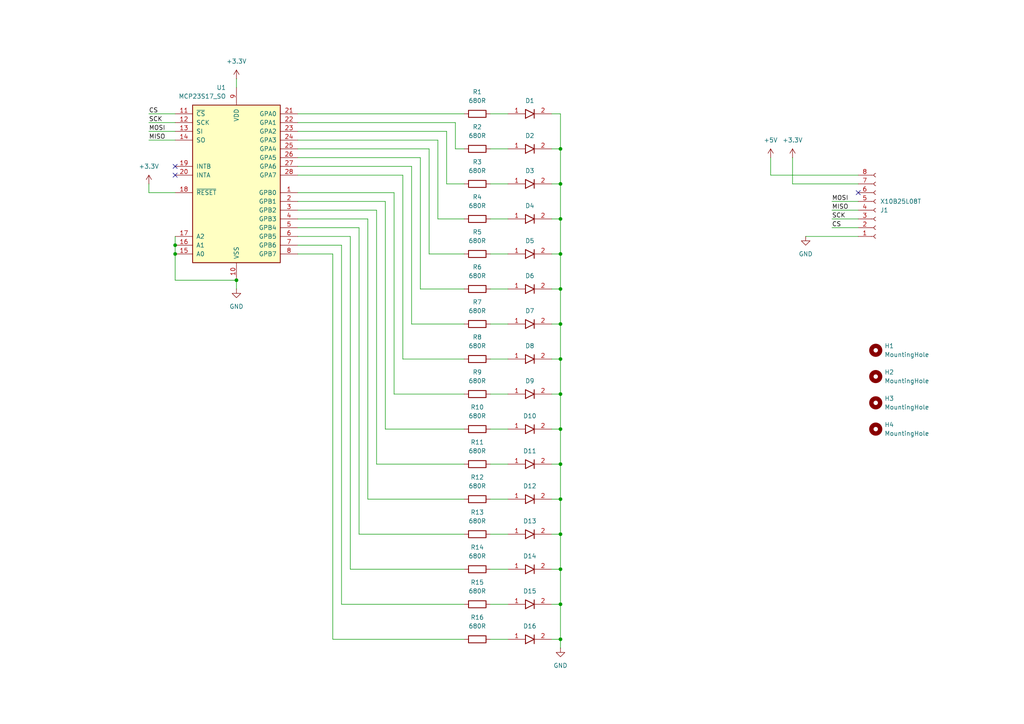
<source format=kicad_sch>
(kicad_sch (version 20231120) (generator "eeschema") (generator_version "8.0")
  (paper "A4")
  (title_block (title "${article} v${version}"))
  (lib_symbols
    (symbol "Mechanical:MountingHole" (pin_names (offset 1.016)) (exclude_from_sim yes) (in_bom no)
      (property "Reference" "H" (at 0 5.08 0))
      (property "Value" "MountingHole" (at 0 3.175 0))
      (symbol "MountingHole_0_1"
        (circle (center 0 0) (radius 1.27) (stroke (width 1.27)))
      )
    )
    (symbol "kicad_inventree_lib:12-21_GHC-YR2S2_2C"
      (property "Reference" "LED" (at -2.032 5.334 0))
      (property "Value" "12-21_GHC-YR2S2_2C" (at -2.032 2.794 0))
      (symbol "12-21_GHC-YR2S2_2C_0_1"
        (polyline (pts (xy -1.27 -1.27) (xy -1.27 -3.81)) (stroke (width 0.254)))
        (polyline (pts (xy 1.27 -1.27) (xy 1.27 -3.81) (xy -1.27 -2.54) (xy 1.27 -1.27)) (stroke (width 0.254)))
      )
      (symbol "12-21_GHC-YR2S2_2C_1_1"
        (pin passive line (at 6.35 -2.54 180) (length 5.08) (name "") (number "1"))
        (pin passive line (at -6.35 -2.54 0) (length 5.08) (name "") (number "2"))
      )
    )
    (symbol "kicad_inventree_lib:MCP23S17_SO" (pin_names (offset 1.016))
      (property "Reference" "U" (at -11.43 24.13 0))
      (property "Value" "MCP23S17_SO" (at 0 0 0))
      (symbol "MCP23S17_SO_0_1"
        (rectangle (start -12.7 22.86) (end 12.7 -22.86) (stroke (width 0.254)) (fill (type background)))
      )
      (symbol "MCP23S17_SO_1_1"
        (pin bidirectional line (at 17.78 -2.54 180) (length 5.08) (name "GPB0") (number "1"))
        (pin power_in line (at 0 -27.94 90) (length 5.08) (name "VSS") (number "10"))
        (pin input line (at -17.78 20.32 0) (length 5.08) (name "~{CS}") (number "11"))
        (pin input line (at -17.78 17.78 0) (length 5.08) (name "SCK") (number "12"))
        (pin input line (at -17.78 15.24 0) (length 5.08) (name "SI") (number "13"))
        (pin output line (at -17.78 12.7 0) (length 5.08) (name "SO") (number "14"))
        (pin input line (at -17.78 -20.32 0) (length 5.08) (name "A0") (number "15"))
        (pin input line (at -17.78 -17.78 0) (length 5.08) (name "A1") (number "16"))
        (pin input line (at -17.78 -15.24 0) (length 5.08) (name "A2") (number "17"))
        (pin input line (at -17.78 -2.54 0) (length 5.08) (name "~{RESET}") (number "18"))
        (pin tri_state line (at -17.78 5.08 0) (length 5.08) (name "INTB") (number "19"))
        (pin bidirectional line (at 17.78 -5.08 180) (length 5.08) (name "GPB1") (number "2"))
        (pin tri_state line (at -17.78 2.54 0) (length 5.08) (name "INTA") (number "20"))
        (pin bidirectional line (at 17.78 20.32 180) (length 5.08) (name "GPA0") (number "21"))
        (pin bidirectional line (at 17.78 17.78 180) (length 5.08) (name "GPA1") (number "22"))
        (pin bidirectional line (at 17.78 15.24 180) (length 5.08) (name "GPA2") (number "23"))
        (pin bidirectional line (at 17.78 12.7 180) (length 5.08) (name "GPA3") (number "24"))
        (pin bidirectional line (at 17.78 10.16 180) (length 5.08) (name "GPA4") (number "25"))
        (pin bidirectional line (at 17.78 7.62 180) (length 5.08) (name "GPA5") (number "26"))
        (pin bidirectional line (at 17.78 5.08 180) (length 5.08) (name "GPA6") (number "27"))
        (pin bidirectional line (at 17.78 2.54 180) (length 5.08) (name "GPA7") (number "28"))
        (pin bidirectional line (at 17.78 -7.62 180) (length 5.08) (name "GPB2") (number "3"))
        (pin bidirectional line (at 17.78 -10.16 180) (length 5.08) (name "GPB3") (number "4"))
        (pin bidirectional line (at 17.78 -12.7 180) (length 5.08) (name "GPB4") (number "5"))
        (pin bidirectional line (at 17.78 -15.24 180) (length 5.08) (name "GPB5") (number "6"))
        (pin bidirectional line (at 17.78 -17.78 180) (length 5.08) (name "GPB6") (number "7"))
        (pin bidirectional line (at 17.78 -20.32 180) (length 5.08) (name "GPB7") (number "8"))
        (pin power_in line (at 0 27.94 270) (length 5.08) (name "VDD") (number "9"))
      )
    )
    (symbol "kicad_inventree_lib:R_680R_1206_1%" (pin_numbers hide) (pin_names (offset 0))
      (property "Reference" "R" (at 2.032 0 90))
      (property "Value" "680R" (at 0 0 90))
      (symbol "R_680R_1206_1%_0_1"
        (rectangle (start -1.016 -2.54) (end 1.016 2.54) (stroke (width 0.254)))
      )
      (symbol "R_680R_1206_1%_1_1"
        (pin passive line (at 0 3.81 270) (length 1.27) (name "~") (number "1"))
        (pin passive line (at 0 -3.81 90) (length 1.27) (name "~") (number "2"))
      )
    )
    (symbol "kicad_inventree_lib:X10B25L08T" (pin_names (offset 1.016) hide)
      (property "Reference" "J" (at 0 10.16 0))
      (property "Value" "X10B25L08T" (at 0 -12.7 0))
      (symbol "X10B25L08T_1_1"
        (arc (start 0 -9.652) (mid -0.5058 -10.16) (end 0 -10.668) (stroke (width 0.1524)))
        (arc (start 0 -7.112) (mid -0.5058 -7.62) (end 0 -8.128) (stroke (width 0.1524)))
        (arc (start 0 -4.572) (mid -0.5058 -5.08) (end 0 -5.588) (stroke (width 0.1524)))
        (arc (start 0 -2.032) (mid -0.5058 -2.54) (end 0 -3.048) (stroke (width 0.1524)))
        (polyline (pts (xy -1.27 -10.16) (xy -0.508 -10.16)) (stroke (width 0.1524)))
        (polyline (pts (xy -1.27 -7.62) (xy -0.508 -7.62)) (stroke (width 0.1524)))
        (polyline (pts (xy -1.27 -5.08) (xy -0.508 -5.08)) (stroke (width 0.1524)))
        (polyline (pts (xy -1.27 -2.54) (xy -0.508 -2.54)) (stroke (width 0.1524)))
        (polyline (pts (xy -1.27 0) (xy -0.508 0)) (stroke (width 0.1524)))
        (polyline (pts (xy -1.27 2.54) (xy -0.508 2.54)) (stroke (width 0.1524)))
        (polyline (pts (xy -1.27 5.08) (xy -0.508 5.08)) (stroke (width 0.1524)))
        (polyline (pts (xy -1.27 7.62) (xy -0.508 7.62)) (stroke (width 0.1524)))
        (arc (start 0 0.508) (mid -0.5058 0) (end 0 -0.508) (stroke (width 0.1524)))
        (arc (start 0 3.048) (mid -0.5058 2.54) (end 0 2.032) (stroke (width 0.1524)))
        (arc (start 0 5.588) (mid -0.5058 5.08) (end 0 4.572) (stroke (width 0.1524)))
        (arc (start 0 8.128) (mid -0.5058 7.62) (end 0 7.112) (stroke (width 0.1524)))
        (pin passive line (at -5.08 7.62 0) (length 3.81) (name "Pin_1") (number "1"))
        (pin passive line (at -5.08 5.08 0) (length 3.81) (name "Pin_2") (number "2"))
        (pin passive line (at -5.08 2.54 0) (length 3.81) (name "Pin_3") (number "3"))
        (pin passive line (at -5.08 0 0) (length 3.81) (name "Pin_4") (number "4"))
        (pin passive line (at -5.08 -2.54 0) (length 3.81) (name "Pin_5") (number "5"))
        (pin passive line (at -5.08 -5.08 0) (length 3.81) (name "Pin_6") (number "6"))
        (pin passive line (at -5.08 -7.62 0) (length 3.81) (name "Pin_7") (number "7"))
        (pin passive line (at -5.08 -10.16 0) (length 3.81) (name "Pin_8") (number "8"))
      )
    )
    (symbol "power:+3.3V" (power) (pin_numbers hide) (pin_names (offset 0) hide)
      (property "Value" "+3.3V" (at 0 3.556 0))
      (symbol "+3.3V_0_1"
        (polyline (pts (xy -0.762 1.27) (xy 0 2.54)))
        (polyline (pts (xy 0 0) (xy 0 2.54)))
        (polyline (pts (xy 0 2.54) (xy 0.762 1.27)))
      )
      (symbol "+3.3V_1_1"
        (pin power_in line (at 0 0 90) (length 0) (name "~") (number "1"))
      )
    )
    (symbol "power:+5V" (power) (pin_numbers hide) (pin_names (offset 0) hide)
      (property "Value" "+5V" (at 0 3.556 0))
      (symbol "+5V_0_1"
        (polyline (pts (xy -0.762 1.27) (xy 0 2.54)))
        (polyline (pts (xy 0 0) (xy 0 2.54)))
        (polyline (pts (xy 0 2.54) (xy 0.762 1.27)))
      )
      (symbol "+5V_1_1"
        (pin power_in line (at 0 0 90) (length 0) (name "~") (number "1"))
      )
    )
    (symbol "power:GND" (power) (pin_numbers hide) (pin_names (offset 0) hide)
      (property "Value" "GND" (at 0 -3.81 0))
      (symbol "GND_0_1"
        (polyline (pts (xy 0 0) (xy 0 -1.27) (xy 1.27 -1.27) (xy 0 -2.54) (xy -1.27 -1.27) (xy 0 -1.27)))
      )
      (symbol "GND_1_1"
        (pin power_in line (at 0 0 270) (length 0) (name "~") (number "1"))
      )
    )
  )
  (junction (at 50.8 73.66))
  (junction (at 162.56 134.62))
  (junction (at 162.56 63.5))
  (junction (at 162.56 73.66))
  (junction (at 162.56 154.94))
  (junction (at 162.56 124.46))
  (junction (at 162.56 93.98))
  (junction (at 162.56 114.3))
  (junction (at 162.56 185.42))
  (junction (at 162.56 83.82))
  (junction (at 68.58 81.28))
  (junction (at 162.56 53.34))
  (junction (at 50.8 71.12))
  (junction (at 162.56 165.1))
  (junction (at 162.56 43.18))
  (junction (at 162.56 175.26))
  (junction (at 162.56 144.78))
  (junction (at 162.56 104.14))
  (no_connect (at 50.8 48.26))
  (no_connect (at 50.8 50.8))
  (no_connect (at 248.92 55.88))
  (wire (pts (xy 160.02 104.14) (xy 162.56 104.14)))
  (wire (pts (xy 162.56 124.46) (xy 162.56 134.62)))
  (wire (pts (xy 162.56 165.1) (xy 162.56 175.26)))
  (wire (pts (xy 50.8 55.88) (xy 43.18 55.88)))
  (wire (pts (xy 142.24 104.14) (xy 147.32 104.14)))
  (wire (pts (xy 160.02 53.34) (xy 162.56 53.34)))
  (wire (pts (xy 121.92 45.72) (xy 121.92 83.82)))
  (wire (pts (xy 160.02 134.62) (xy 162.56 134.62)))
  (wire (pts (xy 142.24 53.34) (xy 147.32 53.34)))
  (wire (pts (xy 134.62 165.1) (xy 101.6 165.1)))
  (wire (pts (xy 142.24 83.82) (xy 147.32 83.82)))
  (wire (pts (xy 68.58 22.86) (xy 68.58 25.4)))
  (wire (pts (xy 160.02 165.1) (xy 162.56 165.1)))
  (wire (pts (xy 114.3 55.88) (xy 114.3 114.3)))
  (wire (pts (xy 160.02 154.94) (xy 162.56 154.94)))
  (wire (pts (xy 68.58 81.28) (xy 68.58 83.82)))
  (wire (pts (xy 160.02 185.42) (xy 162.56 185.42)))
  (wire (pts (xy 241.3 63.5) (xy 248.92 63.5)))
  (wire (pts (xy 160.02 114.3) (xy 162.56 114.3)))
  (wire (pts (xy 99.06 71.12) (xy 99.06 175.26)))
  (wire (pts (xy 104.14 154.94) (xy 134.62 154.94)))
  (wire (pts (xy 162.56 134.62) (xy 162.56 144.78)))
  (wire (pts (xy 142.24 124.46) (xy 147.32 124.46)))
  (wire (pts (xy 86.36 43.18) (xy 124.46 43.18)))
  (wire (pts (xy 127 40.64) (xy 127 63.5)))
  (wire (pts (xy 43.18 38.1) (xy 50.8 38.1)))
  (wire (pts (xy 96.52 185.42) (xy 96.52 73.66)))
  (wire (pts (xy 86.36 58.42) (xy 111.76 58.42)))
  (wire (pts (xy 114.3 114.3) (xy 134.62 114.3)))
  (wire (pts (xy 86.36 60.96) (xy 109.22 60.96)))
  (wire (pts (xy 86.36 48.26) (xy 119.38 48.26)))
  (wire (pts (xy 101.6 165.1) (xy 101.6 68.58)))
  (wire (pts (xy 43.18 35.56) (xy 50.8 35.56)))
  (wire (pts (xy 162.56 83.82) (xy 162.56 93.98)))
  (wire (pts (xy 50.8 68.58) (xy 50.8 71.12)))
  (wire (pts (xy 134.62 124.46) (xy 111.76 124.46)))
  (wire (pts (xy 160.02 124.46) (xy 162.56 124.46)))
  (wire (pts (xy 99.06 175.26) (xy 134.62 175.26)))
  (wire (pts (xy 142.24 165.1) (xy 147.32 165.1)))
  (wire (pts (xy 142.24 93.98) (xy 147.32 93.98)))
  (wire (pts (xy 86.36 66.04) (xy 104.14 66.04)))
  (wire (pts (xy 106.68 144.78) (xy 106.68 63.5)))
  (wire (pts (xy 134.62 185.42) (xy 96.52 185.42)))
  (wire (pts (xy 160.02 93.98) (xy 162.56 93.98)))
  (wire (pts (xy 241.3 66.04) (xy 248.92 66.04)))
  (wire (pts (xy 119.38 48.26) (xy 119.38 93.98)))
  (wire (pts (xy 50.8 71.12) (xy 50.8 73.66)))
  (wire (pts (xy 162.56 185.42) (xy 162.56 187.96)))
  (wire (pts (xy 142.24 144.78) (xy 147.32 144.78)))
  (wire (pts (xy 86.36 50.8) (xy 116.84 50.8)))
  (wire (pts (xy 160.02 73.66) (xy 162.56 73.66)))
  (wire (pts (xy 162.56 114.3) (xy 162.56 124.46)))
  (wire (pts (xy 223.52 45.72) (xy 223.52 50.8)))
  (wire (pts (xy 101.6 68.58) (xy 86.36 68.58)))
  (wire (pts (xy 223.52 50.8) (xy 248.92 50.8)))
  (wire (pts (xy 162.56 144.78) (xy 162.56 154.94)))
  (wire (pts (xy 104.14 66.04) (xy 104.14 154.94)))
  (wire (pts (xy 124.46 73.66) (xy 134.62 73.66)))
  (wire (pts (xy 162.56 93.98) (xy 162.56 104.14)))
  (wire (pts (xy 43.18 33.02) (xy 50.8 33.02)))
  (wire (pts (xy 86.36 40.64) (xy 127 40.64)))
  (wire (pts (xy 142.24 43.18) (xy 147.32 43.18)))
  (wire (pts (xy 142.24 185.42) (xy 147.32 185.42)))
  (wire (pts (xy 86.36 33.02) (xy 134.62 33.02)))
  (wire (pts (xy 142.24 134.62) (xy 147.32 134.62)))
  (wire (pts (xy 43.18 40.64) (xy 50.8 40.64)))
  (wire (pts (xy 162.56 104.14) (xy 162.56 114.3)))
  (wire (pts (xy 109.22 134.62) (xy 134.62 134.62)))
  (wire (pts (xy 142.24 63.5) (xy 147.32 63.5)))
  (wire (pts (xy 129.54 53.34) (xy 134.62 53.34)))
  (wire (pts (xy 134.62 144.78) (xy 106.68 144.78)))
  (wire (pts (xy 160.02 83.82) (xy 162.56 83.82)))
  (wire (pts (xy 162.56 154.94) (xy 162.56 165.1)))
  (wire (pts (xy 248.92 68.58) (xy 233.68 68.58)))
  (wire (pts (xy 160.02 43.18) (xy 162.56 43.18)))
  (wire (pts (xy 142.24 114.3) (xy 147.32 114.3)))
  (wire (pts (xy 132.08 35.56) (xy 132.08 43.18)))
  (wire (pts (xy 160.02 175.26) (xy 162.56 175.26)))
  (wire (pts (xy 96.52 73.66) (xy 86.36 73.66)))
  (wire (pts (xy 86.36 71.12) (xy 99.06 71.12)))
  (wire (pts (xy 162.56 73.66) (xy 162.56 83.82)))
  (wire (pts (xy 86.36 45.72) (xy 121.92 45.72)))
  (wire (pts (xy 162.56 43.18) (xy 162.56 53.34)))
  (wire (pts (xy 86.36 35.56) (xy 132.08 35.56)))
  (wire (pts (xy 142.24 33.02) (xy 147.32 33.02)))
  (wire (pts (xy 229.87 53.34) (xy 248.92 53.34)))
  (wire (pts (xy 241.3 60.96) (xy 248.92 60.96)))
  (wire (pts (xy 160.02 144.78) (xy 162.56 144.78)))
  (wire (pts (xy 109.22 60.96) (xy 109.22 134.62)))
  (wire (pts (xy 50.8 81.28) (xy 68.58 81.28)))
  (wire (pts (xy 127 63.5) (xy 134.62 63.5)))
  (wire (pts (xy 86.36 38.1) (xy 129.54 38.1)))
  (wire (pts (xy 229.87 45.72) (xy 229.87 53.34)))
  (wire (pts (xy 162.56 53.34) (xy 162.56 63.5)))
  (wire (pts (xy 142.24 175.26) (xy 147.32 175.26)))
  (wire (pts (xy 106.68 63.5) (xy 86.36 63.5)))
  (wire (pts (xy 116.84 104.14) (xy 134.62 104.14)))
  (wire (pts (xy 132.08 43.18) (xy 134.62 43.18)))
  (wire (pts (xy 162.56 33.02) (xy 162.56 43.18)))
  (wire (pts (xy 142.24 154.94) (xy 147.32 154.94)))
  (wire (pts (xy 43.18 55.88) (xy 43.18 53.34)))
  (wire (pts (xy 142.24 73.66) (xy 147.32 73.66)))
  (wire (pts (xy 119.38 93.98) (xy 134.62 93.98)))
  (wire (pts (xy 162.56 175.26) (xy 162.56 185.42)))
  (wire (pts (xy 111.76 124.46) (xy 111.76 58.42)))
  (wire (pts (xy 162.56 63.5) (xy 162.56 73.66)))
  (wire (pts (xy 160.02 63.5) (xy 162.56 63.5)))
  (wire (pts (xy 116.84 50.8) (xy 116.84 104.14)))
  (wire (pts (xy 160.02 33.02) (xy 162.56 33.02)))
  (wire (pts (xy 241.3 58.42) (xy 248.92 58.42)))
  (wire (pts (xy 121.92 83.82) (xy 134.62 83.82)))
  (wire (pts (xy 124.46 43.18) (xy 124.46 73.66)))
  (wire (pts (xy 50.8 73.66) (xy 50.8 81.28)))
  (wire (pts (xy 129.54 38.1) (xy 129.54 53.34)))
  (wire (pts (xy 86.36 55.88) (xy 114.3 55.88)))
  (label "CS" (at 43.18 33.02 0))
  (label "SCK" (at 43.18 35.56 0))
  (label "SCK" (at 241.3 63.5 0))
  (label "CS" (at 241.3 66.04 0))
  (label "MOSI" (at 241.3 58.42 0))
  (label "MISO" (at 43.18 40.64 0))
  (label "MOSI" (at 43.18 38.1 0))
  (label "MISO" (at 241.3 60.96 0))
  (symbol (lib_id "kicad_inventree_lib:12-21_GHC-YR2S2_2C") (at 153.67 187.96 180) (unit 1)
    (property "Reference" "D16" (at 153.67 181.61 0))
    (property "Value" "12-21_GHC-YR2S2_2C" (effects (hide yes)))
    (property "Footprint" "kicad_inventree_lib:1221GHCYR2S22C" (effects (hide yes)))
    (property "Datasheet" "https://www.vtm.co.uk/PDF/Everlight/12-21-GHC-YR2S2-2C.pdf" (effects (hide yes)))
    (property "Description" "Standard LEDs - SMD Green Water Clear Right Angle" (effects (hide yes)))
    (property "Height" "1.2" (effects (hide yes)))
    (property "Manufacturer_Name" "Everlight" (effects (hide yes)))
    (property "part_ipn" "12-21/GHC-YR2S2/2C " (effects (hide yes)))
  )
  (symbol (lib_id "kicad_inventree_lib:12-21_GHC-YR2S2_2C") (at 153.67 76.2 180) (unit 1)
    (property "Reference" "D5" (at 153.67 69.85 0))
    (property "Value" "12-21_GHC-YR2S2_2C" (effects (hide yes)))
    (property "Footprint" "kicad_inventree_lib:1221GHCYR2S22C" (effects (hide yes)))
    (property "Datasheet" "https://www.vtm.co.uk/PDF/Everlight/12-21-GHC-YR2S2-2C.pdf" (effects (hide yes)))
    (property "Description" "Standard LEDs - SMD Green Water Clear Right Angle" (effects (hide yes)))
    (property "Height" "1.2" (effects (hide yes)))
    (property "Manufacturer_Name" "Everlight" (effects (hide yes)))
    (property "part_ipn" "12-21/GHC-YR2S2/2C " (effects (hide yes)))
  )
  (symbol (lib_id "kicad_inventree_lib:R_680R_1206_1%") (at 138.43 43.18 90) (unit 1)
    (property "Reference" "R2" (at 138.43 36.83 90))
    (property "Value" "680R" (at 138.43 39.37 90))
    (property "Footprint" "Resistor_SMD:R_1206_3216Metric_Pad1.30x1.75mm_HandSolder" (effects (hide yes)))
    (property "Datasheet" "http://inventree.network/part/168/" (effects (hide yes)))
    (property "Description" "Resistor" (effects (hide yes)))
    (property "part_ipn" "R_680R_1206_1%" (effects (hide yes)))
  )
  (symbol (lib_id "kicad_inventree_lib:12-21_GHC-YR2S2_2C") (at 153.67 167.64 180) (unit 1)
    (property "Reference" "D14" (at 153.67 161.29 0))
    (property "Value" "12-21_GHC-YR2S2_2C" (effects (hide yes)))
    (property "Footprint" "kicad_inventree_lib:1221GHCYR2S22C" (effects (hide yes)))
    (property "Datasheet" "https://www.vtm.co.uk/PDF/Everlight/12-21-GHC-YR2S2-2C.pdf" (effects (hide yes)))
    (property "Description" "Standard LEDs - SMD Green Water Clear Right Angle" (effects (hide yes)))
    (property "Height" "1.2" (effects (hide yes)))
    (property "Manufacturer_Name" "Everlight" (effects (hide yes)))
    (property "part_ipn" "12-21/GHC-YR2S2/2C " (effects (hide yes)))
  )
  (symbol (lib_id "kicad_inventree_lib:12-21_GHC-YR2S2_2C") (at 153.67 106.68 180) (unit 1)
    (property "Reference" "D8" (at 153.67 100.33 0))
    (property "Value" "12-21_GHC-YR2S2_2C" (effects (hide yes)))
    (property "Footprint" "kicad_inventree_lib:1221GHCYR2S22C" (effects (hide yes)))
    (property "Datasheet" "https://www.vtm.co.uk/PDF/Everlight/12-21-GHC-YR2S2-2C.pdf" (effects (hide yes)))
    (property "Description" "Standard LEDs - SMD Green Water Clear Right Angle" (effects (hide yes)))
    (property "Height" "1.2" (effects (hide yes)))
    (property "Manufacturer_Name" "Everlight" (effects (hide yes)))
    (property "part_ipn" "12-21/GHC-YR2S2/2C " (effects (hide yes)))
  )
  (symbol (lib_id "kicad_inventree_lib:12-21_GHC-YR2S2_2C") (at 153.67 66.04 180) (unit 1)
    (property "Reference" "D4" (at 153.67 59.69 0))
    (property "Value" "12-21_GHC-YR2S2_2C" (effects (hide yes)))
    (property "Footprint" "kicad_inventree_lib:1221GHCYR2S22C" (effects (hide yes)))
    (property "Datasheet" "https://www.vtm.co.uk/PDF/Everlight/12-21-GHC-YR2S2-2C.pdf" (effects (hide yes)))
    (property "Description" "Standard LEDs - SMD Green Water Clear Right Angle" (effects (hide yes)))
    (property "Height" "1.2" (effects (hide yes)))
    (property "Manufacturer_Name" "Everlight" (effects (hide yes)))
    (property "part_ipn" "12-21/GHC-YR2S2/2C " (effects (hide yes)))
  )
  (symbol (lib_id "power:+3.3V") (at 229.87 45.72 0) (unit 1)
    (property "Reference" "#PWR06" (effects (hide yes)))
    (property "Value" "+3.3V" (at 229.87 40.64 0))
    (property "Description" "Power symbol creates a global label with name \"+3.3V\"" (effects (hide yes)))
  )
  (symbol (lib_id "kicad_inventree_lib:12-21_GHC-YR2S2_2C") (at 153.67 147.32 180) (unit 1)
    (property "Reference" "D12" (at 153.67 140.97 0))
    (property "Value" "12-21_GHC-YR2S2_2C" (effects (hide yes)))
    (property "Footprint" "kicad_inventree_lib:1221GHCYR2S22C" (effects (hide yes)))
    (property "Datasheet" "https://www.vtm.co.uk/PDF/Everlight/12-21-GHC-YR2S2-2C.pdf" (effects (hide yes)))
    (property "Description" "Standard LEDs - SMD Green Water Clear Right Angle" (effects (hide yes)))
    (property "Height" "1.2" (effects (hide yes)))
    (property "Manufacturer_Name" "Everlight" (effects (hide yes)))
    (property "part_ipn" "12-21/GHC-YR2S2/2C " (effects (hide yes)))
  )
  (symbol (lib_id "Mechanical:MountingHole") (at 254 116.84 0) (unit 1) (exclude_from_sim yes) (in_bom no)
    (property "Reference" "H3" (at 256.54 115.5699 0) (effects (justify left)))
    (property "Value" "MountingHole" (at 256.54 118.1099 0) (effects (justify left)))
    (property "Footprint" "MountingHole:MountingHole_2.2mm_M2" (effects (hide yes)))
    (property "Description" "Mounting Hole without connection" (effects (hide yes)))
  )
  (symbol (lib_id "Mechanical:MountingHole") (at 254 124.46 0) (unit 1) (exclude_from_sim yes) (in_bom no)
    (property "Reference" "H4" (at 256.54 123.1899 0) (effects (justify left)))
    (property "Value" "MountingHole" (at 256.54 125.7299 0) (effects (justify left)))
    (property "Footprint" "MountingHole:MountingHole_2.2mm_M2" (effects (hide yes)))
    (property "Description" "Mounting Hole without connection" (effects (hide yes)))
  )
  (symbol (lib_id "kicad_inventree_lib:12-21_GHC-YR2S2_2C") (at 153.67 45.72 180) (unit 1)
    (property "Reference" "D2" (at 153.67 39.37 0))
    (property "Value" "12-21_GHC-YR2S2_2C" (effects (hide yes)))
    (property "Footprint" "kicad_inventree_lib:1221GHCYR2S22C" (effects (hide yes)))
    (property "Datasheet" "https://www.vtm.co.uk/PDF/Everlight/12-21-GHC-YR2S2-2C.pdf" (effects (hide yes)))
    (property "Description" "Standard LEDs - SMD Green Water Clear Right Angle" (effects (hide yes)))
    (property "Height" "1.2" (effects (hide yes)))
    (property "Manufacturer_Name" "Everlight" (effects (hide yes)))
    (property "part_ipn" "12-21/GHC-YR2S2/2C " (effects (hide yes)))
  )
  (symbol (lib_id "Mechanical:MountingHole") (at 254 101.6 0) (unit 1) (exclude_from_sim yes) (in_bom no)
    (property "Reference" "H1" (at 256.54 100.3299 0) (effects (justify left)))
    (property "Value" "MountingHole" (at 256.54 102.8699 0) (effects (justify left)))
    (property "Footprint" "MountingHole:MountingHole_2.2mm_M2" (effects (hide yes)))
    (property "Description" "Mounting Hole without connection" (effects (hide yes)))
  )
  (symbol (lib_id "kicad_inventree_lib:R_680R_1206_1%") (at 138.43 33.02 90) (unit 1)
    (property "Reference" "R1" (at 138.43 26.67 90))
    (property "Value" "680R" (at 138.43 29.21 90))
    (property "Footprint" "Resistor_SMD:R_1206_3216Metric_Pad1.30x1.75mm_HandSolder" (effects (hide yes)))
    (property "Datasheet" "http://inventree.network/part/168/" (effects (hide yes)))
    (property "Description" "Resistor" (effects (hide yes)))
    (property "part_ipn" "R_680R_1206_1%" (effects (hide yes)))
  )
  (symbol (lib_id "kicad_inventree_lib:R_680R_1206_1%") (at 138.43 185.42 90) (unit 1)
    (property "Reference" "R16" (at 138.43 179.07 90))
    (property "Value" "680R" (at 138.43 181.61 90))
    (property "Footprint" "Resistor_SMD:R_1206_3216Metric_Pad1.30x1.75mm_HandSolder" (effects (hide yes)))
    (property "Datasheet" "http://inventree.network/part/168/" (effects (hide yes)))
    (property "Description" "Resistor" (effects (hide yes)))
    (property "part_ipn" "R_680R_1206_1%" (effects (hide yes)))
  )
  (symbol (lib_id "kicad_inventree_lib:12-21_GHC-YR2S2_2C") (at 153.67 55.88 180) (unit 1)
    (property "Reference" "D3" (at 153.67 49.53 0))
    (property "Value" "12-21_GHC-YR2S2_2C" (effects (hide yes)))
    (property "Footprint" "kicad_inventree_lib:1221GHCYR2S22C" (effects (hide yes)))
    (property "Datasheet" "https://www.vtm.co.uk/PDF/Everlight/12-21-GHC-YR2S2-2C.pdf" (effects (hide yes)))
    (property "Description" "Standard LEDs - SMD Green Water Clear Right Angle" (effects (hide yes)))
    (property "Height" "1.2" (effects (hide yes)))
    (property "Manufacturer_Name" "Everlight" (effects (hide yes)))
    (property "part_ipn" "12-21/GHC-YR2S2/2C " (effects (hide yes)))
  )
  (symbol (lib_id "kicad_inventree_lib:12-21_GHC-YR2S2_2C") (at 153.67 116.84 180) (unit 1)
    (property "Reference" "D9" (at 153.67 110.49 0))
    (property "Value" "12-21_GHC-YR2S2_2C" (effects (hide yes)))
    (property "Footprint" "kicad_inventree_lib:1221GHCYR2S22C" (effects (hide yes)))
    (property "Datasheet" "https://www.vtm.co.uk/PDF/Everlight/12-21-GHC-YR2S2-2C.pdf" (effects (hide yes)))
    (property "Description" "Standard LEDs - SMD Green Water Clear Right Angle" (effects (hide yes)))
    (property "Height" "1.2" (effects (hide yes)))
    (property "Manufacturer_Name" "Everlight" (effects (hide yes)))
    (property "part_ipn" "12-21/GHC-YR2S2/2C " (effects (hide yes)))
  )
  (symbol (lib_id "kicad_inventree_lib:R_680R_1206_1%") (at 138.43 93.98 90) (unit 1)
    (property "Reference" "R7" (at 138.43 87.63 90))
    (property "Value" "680R" (at 138.43 90.17 90))
    (property "Footprint" "Resistor_SMD:R_1206_3216Metric_Pad1.30x1.75mm_HandSolder" (effects (hide yes)))
    (property "Datasheet" "http://inventree.network/part/168/" (effects (hide yes)))
    (property "Description" "Resistor" (effects (hide yes)))
    (property "part_ipn" "R_680R_1206_1%" (effects (hide yes)))
  )
  (symbol (lib_id "kicad_inventree_lib:R_680R_1206_1%") (at 138.43 73.66 90) (unit 1)
    (property "Reference" "R5" (at 138.43 67.31 90))
    (property "Value" "680R" (at 138.43 69.85 90))
    (property "Footprint" "Resistor_SMD:R_1206_3216Metric_Pad1.30x1.75mm_HandSolder" (effects (hide yes)))
    (property "Datasheet" "http://inventree.network/part/168/" (effects (hide yes)))
    (property "Description" "Resistor" (effects (hide yes)))
    (property "part_ipn" "R_680R_1206_1%" (effects (hide yes)))
  )
  (symbol (lib_id "kicad_inventree_lib:X10B25L08T") (at 254 60.96 0) (mirror x) (unit 1)
    (property "Reference" "J1" (at 255.27 60.9601 0) (effects (justify left)))
    (property "Value" "X10B25L08T" (at 255.27 58.4201 0) (effects (justify left)))
    (property "Footprint" "kicad_inventree_lib:X10B25L08T" (effects (hide yes)))
    (property "Description" "Generic connector, single row, 01x08, script generated" (effects (hide yes)))
  )
  (symbol (lib_id "kicad_inventree_lib:R_680R_1206_1%") (at 138.43 175.26 90) (unit 1)
    (property "Reference" "R15" (at 138.43 168.91 90))
    (property "Value" "680R" (at 138.43 171.45 90))
    (property "Footprint" "Resistor_SMD:R_1206_3216Metric_Pad1.30x1.75mm_HandSolder" (effects (hide yes)))
    (property "Datasheet" "http://inventree.network/part/168/" (effects (hide yes)))
    (property "Description" "Resistor" (effects (hide yes)))
    (property "part_ipn" "R_680R_1206_1%" (effects (hide yes)))
  )
  (symbol (lib_id "power:GND") (at 68.58 83.82 0) (unit 1)
    (property "Reference" "#PWR02" (effects (hide yes)))
    (property "Value" "GND" (at 68.58 88.9 0))
    (property "Description" "Power symbol creates a global label with name \"GND\" , ground" (effects (hide yes)))
  )
  (symbol (lib_id "kicad_inventree_lib:R_680R_1206_1%") (at 138.43 154.94 90) (unit 1)
    (property "Reference" "R13" (at 138.43 148.59 90))
    (property "Value" "680R" (at 138.43 151.13 90))
    (property "Footprint" "Resistor_SMD:R_1206_3216Metric_Pad1.30x1.75mm_HandSolder" (effects (hide yes)))
    (property "Datasheet" "http://inventree.network/part/168/" (effects (hide yes)))
    (property "Description" "Resistor" (effects (hide yes)))
    (property "part_ipn" "R_680R_1206_1%" (effects (hide yes)))
  )
  (symbol (lib_id "kicad_inventree_lib:12-21_GHC-YR2S2_2C") (at 153.67 157.48 180) (unit 1)
    (property "Reference" "D13" (at 153.67 151.13 0))
    (property "Value" "12-21_GHC-YR2S2_2C" (effects (hide yes)))
    (property "Footprint" "kicad_inventree_lib:1221GHCYR2S22C" (effects (hide yes)))
    (property "Datasheet" "https://www.vtm.co.uk/PDF/Everlight/12-21-GHC-YR2S2-2C.pdf" (effects (hide yes)))
    (property "Description" "Standard LEDs - SMD Green Water Clear Right Angle" (effects (hide yes)))
    (property "Height" "1.2" (effects (hide yes)))
    (property "Manufacturer_Name" "Everlight" (effects (hide yes)))
    (property "part_ipn" "12-21/GHC-YR2S2/2C " (effects (hide yes)))
  )
  (symbol (lib_id "kicad_inventree_lib:12-21_GHC-YR2S2_2C") (at 153.67 96.52 180) (unit 1)
    (property "Reference" "D7" (at 153.67 90.17 0))
    (property "Value" "12-21_GHC-YR2S2_2C" (effects (hide yes)))
    (property "Footprint" "kicad_inventree_lib:1221GHCYR2S22C" (effects (hide yes)))
    (property "Datasheet" "https://www.vtm.co.uk/PDF/Everlight/12-21-GHC-YR2S2-2C.pdf" (effects (hide yes)))
    (property "Description" "Standard LEDs - SMD Green Water Clear Right Angle" (effects (hide yes)))
    (property "Height" "1.2" (effects (hide yes)))
    (property "Manufacturer_Name" "Everlight" (effects (hide yes)))
    (property "part_ipn" "12-21/GHC-YR2S2/2C " (effects (hide yes)))
  )
  (symbol (lib_id "kicad_inventree_lib:R_680R_1206_1%") (at 138.43 63.5 90) (unit 1)
    (property "Reference" "R4" (at 138.43 57.15 90))
    (property "Value" "680R" (at 138.43 59.69 90))
    (property "Footprint" "Resistor_SMD:R_1206_3216Metric_Pad1.30x1.75mm_HandSolder" (effects (hide yes)))
    (property "Datasheet" "http://inventree.network/part/168/" (effects (hide yes)))
    (property "Description" "Resistor" (effects (hide yes)))
    (property "part_ipn" "R_680R_1206_1%" (effects (hide yes)))
  )
  (symbol (lib_id "kicad_inventree_lib:12-21_GHC-YR2S2_2C") (at 153.67 35.56 180) (unit 1)
    (property "Reference" "D1" (at 153.67 29.21 0))
    (property "Value" "12-21_GHC-YR2S2_2C" (effects (hide yes)))
    (property "Footprint" "kicad_inventree_lib:1221GHCYR2S22C" (effects (hide yes)))
    (property "Datasheet" "https://www.vtm.co.uk/PDF/Everlight/12-21-GHC-YR2S2-2C.pdf" (effects (hide yes)))
    (property "Description" "Standard LEDs - SMD Green Water Clear Right Angle" (effects (hide yes)))
    (property "Height" "1.2" (effects (hide yes)))
    (property "Manufacturer_Name" "Everlight" (effects (hide yes)))
    (property "part_ipn" "12-21/GHC-YR2S2/2C " (effects (hide yes)))
  )
  (symbol (lib_id "kicad_inventree_lib:R_680R_1206_1%") (at 138.43 114.3 90) (unit 1)
    (property "Reference" "R9" (at 138.43 107.95 90))
    (property "Value" "680R" (at 138.43 110.49 90))
    (property "Footprint" "Resistor_SMD:R_1206_3216Metric_Pad1.30x1.75mm_HandSolder" (effects (hide yes)))
    (property "Datasheet" "http://inventree.network/part/168/" (effects (hide yes)))
    (property "Description" "Resistor" (effects (hide yes)))
    (property "part_ipn" "R_680R_1206_1%" (effects (hide yes)))
  )
  (symbol (lib_id "kicad_inventree_lib:R_680R_1206_1%") (at 138.43 124.46 90) (unit 1)
    (property "Reference" "R10" (at 138.43 118.11 90))
    (property "Value" "680R" (at 138.43 120.65 90))
    (property "Footprint" "Resistor_SMD:R_1206_3216Metric_Pad1.30x1.75mm_HandSolder" (effects (hide yes)))
    (property "Datasheet" "http://inventree.network/part/168/" (effects (hide yes)))
    (property "Description" "Resistor" (effects (hide yes)))
    (property "part_ipn" "R_680R_1206_1%" (effects (hide yes)))
  )
  (symbol (lib_id "kicad_inventree_lib:R_680R_1206_1%") (at 138.43 83.82 90) (unit 1)
    (property "Reference" "R6" (at 138.43 77.47 90))
    (property "Value" "680R" (at 138.43 80.01 90))
    (property "Footprint" "Resistor_SMD:R_1206_3216Metric_Pad1.30x1.75mm_HandSolder" (effects (hide yes)))
    (property "Datasheet" "http://inventree.network/part/168/" (effects (hide yes)))
    (property "Description" "Resistor" (effects (hide yes)))
    (property "part_ipn" "R_680R_1206_1%" (effects (hide yes)))
  )
  (symbol (lib_id "power:+5V") (at 223.52 45.72 0) (unit 1)
    (property "Reference" "#PWR05" (effects (hide yes)))
    (property "Value" "+5V" (at 223.52 40.64 0))
    (property "Description" "Power symbol creates a global label with name \"+5V\"" (effects (hide yes)))
  )
  (symbol (lib_id "kicad_inventree_lib:R_680R_1206_1%") (at 138.43 165.1 90) (unit 1)
    (property "Reference" "R14" (at 138.43 158.75 90))
    (property "Value" "680R" (at 138.43 161.29 90))
    (property "Footprint" "Resistor_SMD:R_1206_3216Metric_Pad1.30x1.75mm_HandSolder" (effects (hide yes)))
    (property "Datasheet" "http://inventree.network/part/168/" (effects (hide yes)))
    (property "Description" "Resistor" (effects (hide yes)))
    (property "part_ipn" "R_680R_1206_1%" (effects (hide yes)))
  )
  (symbol (lib_id "power:GND") (at 162.56 187.96 0) (unit 1)
    (property "Reference" "#PWR01" (effects (hide yes)))
    (property "Value" "GND" (at 162.56 193.04 0))
    (property "Description" "Power symbol creates a global label with name \"GND\" , ground" (effects (hide yes)))
  )
  (symbol (lib_id "kicad_inventree_lib:R_680R_1206_1%") (at 138.43 144.78 90) (unit 1)
    (property "Reference" "R12" (at 138.43 138.43 90))
    (property "Value" "680R" (at 138.43 140.97 90))
    (property "Footprint" "Resistor_SMD:R_1206_3216Metric_Pad1.30x1.75mm_HandSolder" (effects (hide yes)))
    (property "Datasheet" "http://inventree.network/part/168/" (effects (hide yes)))
    (property "Description" "Resistor" (effects (hide yes)))
    (property "part_ipn" "R_680R_1206_1%" (effects (hide yes)))
  )
  (symbol (lib_id "kicad_inventree_lib:12-21_GHC-YR2S2_2C") (at 153.67 86.36 180) (unit 1)
    (property "Reference" "D6" (at 153.67 80.01 0))
    (property "Value" "12-21_GHC-YR2S2_2C" (effects (hide yes)))
    (property "Footprint" "kicad_inventree_lib:1221GHCYR2S22C" (effects (hide yes)))
    (property "Datasheet" "https://www.vtm.co.uk/PDF/Everlight/12-21-GHC-YR2S2-2C.pdf" (effects (hide yes)))
    (property "Description" "Standard LEDs - SMD Green Water Clear Right Angle" (effects (hide yes)))
    (property "Height" "1.2" (effects (hide yes)))
    (property "Manufacturer_Name" "Everlight" (effects (hide yes)))
    (property "part_ipn" "12-21/GHC-YR2S2/2C " (effects (hide yes)))
  )
  (symbol (lib_id "power:+3.3V") (at 43.18 53.34 0) (unit 1)
    (property "Reference" "#PWR04" (effects (hide yes)))
    (property "Value" "+3.3V" (at 43.18 48.26 0))
    (property "Description" "Power symbol creates a global label with name \"+3.3V\"" (effects (hide yes)))
  )
  (symbol (lib_id "Mechanical:MountingHole") (at 254 109.22 0) (unit 1) (exclude_from_sim yes) (in_bom no)
    (property "Reference" "H2" (at 256.54 107.9499 0) (effects (justify left)))
    (property "Value" "MountingHole" (at 256.54 110.4899 0) (effects (justify left)))
    (property "Footprint" "MountingHole:MountingHole_2.2mm_M2" (effects (hide yes)))
    (property "Description" "Mounting Hole without connection" (effects (hide yes)))
  )
  (symbol (lib_id "kicad_inventree_lib:12-21_GHC-YR2S2_2C") (at 153.67 177.8 180) (unit 1)
    (property "Reference" "D15" (at 153.67 171.45 0))
    (property "Value" "12-21_GHC-YR2S2_2C" (effects (hide yes)))
    (property "Footprint" "kicad_inventree_lib:1221GHCYR2S22C" (effects (hide yes)))
    (property "Datasheet" "https://www.vtm.co.uk/PDF/Everlight/12-21-GHC-YR2S2-2C.pdf" (effects (hide yes)))
    (property "Description" "Standard LEDs - SMD Green Water Clear Right Angle" (effects (hide yes)))
    (property "Height" "1.2" (effects (hide yes)))
    (property "Manufacturer_Name" "Everlight" (effects (hide yes)))
    (property "part_ipn" "12-21/GHC-YR2S2/2C " (effects (hide yes)))
  )
  (symbol (lib_id "kicad_inventree_lib:12-21_GHC-YR2S2_2C") (at 153.67 137.16 180) (unit 1)
    (property "Reference" "D11" (at 153.67 130.81 0))
    (property "Value" "12-21_GHC-YR2S2_2C" (effects (hide yes)))
    (property "Footprint" "kicad_inventree_lib:1221GHCYR2S22C" (effects (hide yes)))
    (property "Datasheet" "https://www.vtm.co.uk/PDF/Everlight/12-21-GHC-YR2S2-2C.pdf" (effects (hide yes)))
    (property "Description" "Standard LEDs - SMD Green Water Clear Right Angle" (effects (hide yes)))
    (property "Height" "1.2" (effects (hide yes)))
    (property "Manufacturer_Name" "Everlight" (effects (hide yes)))
    (property "part_ipn" "12-21/GHC-YR2S2/2C " (effects (hide yes)))
  )
  (symbol (lib_id "power:+3.3V") (at 68.58 22.86 0) (unit 1)
    (property "Reference" "#PWR03" (effects (hide yes)))
    (property "Value" "+3.3V" (at 68.58 17.78 0))
    (property "Description" "Power symbol creates a global label with name \"+3.3V\"" (effects (hide yes)))
  )
  (symbol (lib_id "power:GND") (at 233.68 68.58 0) (unit 1)
    (property "Reference" "#PWR07" (effects (hide yes)))
    (property "Value" "GND" (at 233.68 73.66 0))
    (property "Description" "Power symbol creates a global label with name \"GND\" , ground" (effects (hide yes)))
  )
  (symbol (lib_id "kicad_inventree_lib:MCP23S17_SO") (at 68.58 53.34 0) (unit 1)
    (property "Reference" "U1" (at 65.5635 25.4 0) (effects (justify right)))
    (property "Value" "MCP23S17_SO" (at 65.5635 27.94 0) (effects (justify right)))
    (property "Footprint" "Package_SO:SOIC-28W_7.5x17.9mm_P1.27mm" (effects (hide yes)))
    (property "Datasheet" "http://inventree.network/part/105/" (effects (hide yes)))
    (property "Description" "16-bit I/O expander, SPI, interrupts, w pull-ups, SOIC-28" (effects (hide yes)))
    (property "part_ipn" "MCP23S17-E/SO" (effects (hide yes)))
  )
  (symbol (lib_id "kicad_inventree_lib:R_680R_1206_1%") (at 138.43 104.14 90) (unit 1)
    (property "Reference" "R8" (at 138.43 97.79 90))
    (property "Value" "680R" (at 138.43 100.33 90))
    (property "Footprint" "Resistor_SMD:R_1206_3216Metric_Pad1.30x1.75mm_HandSolder" (effects (hide yes)))
    (property "Datasheet" "http://inventree.network/part/168/" (effects (hide yes)))
    (property "Description" "Resistor" (effects (hide yes)))
    (property "part_ipn" "R_680R_1206_1%" (effects (hide yes)))
  )
  (symbol (lib_id "kicad_inventree_lib:R_680R_1206_1%") (at 138.43 53.34 90) (unit 1)
    (property "Reference" "R3" (at 138.43 46.99 90))
    (property "Value" "680R" (at 138.43 49.53 90))
    (property "Footprint" "Resistor_SMD:R_1206_3216Metric_Pad1.30x1.75mm_HandSolder" (effects (hide yes)))
    (property "Datasheet" "http://inventree.network/part/168/" (effects (hide yes)))
    (property "Description" "Resistor" (effects (hide yes)))
    (property "part_ipn" "R_680R_1206_1%" (effects (hide yes)))
  )
  (symbol (lib_id "kicad_inventree_lib:R_680R_1206_1%") (at 138.43 134.62 90) (unit 1)
    (property "Reference" "R11" (at 138.43 128.27 90))
    (property "Value" "680R" (at 138.43 130.81 90))
    (property "Footprint" "Resistor_SMD:R_1206_3216Metric_Pad1.30x1.75mm_HandSolder" (effects (hide yes)))
    (property "Datasheet" "http://inventree.network/part/168/" (effects (hide yes)))
    (property "Description" "Resistor" (effects (hide yes)))
    (property "part_ipn" "R_680R_1206_1%" (effects (hide yes)))
  )
  (symbol (lib_id "kicad_inventree_lib:12-21_GHC-YR2S2_2C") (at 153.67 127 180) (unit 1)
    (property "Reference" "D10" (at 153.67 120.65 0))
    (property "Value" "12-21_GHC-YR2S2_2C" (effects (hide yes)))
    (property "Footprint" "kicad_inventree_lib:1221GHCYR2S22C" (effects (hide yes)))
    (property "Datasheet" "https://www.vtm.co.uk/PDF/Everlight/12-21-GHC-YR2S2-2C.pdf" (effects (hide yes)))
    (property "Description" "Standard LEDs - SMD Green Water Clear Right Angle" (effects (hide yes)))
    (property "Height" "1.2" (effects (hide yes)))
    (property "Manufacturer_Name" "Everlight" (effects (hide yes)))
    (property "part_ipn" "12-21/GHC-YR2S2/2C " (effects (hide yes)))
  )
)
</source>
